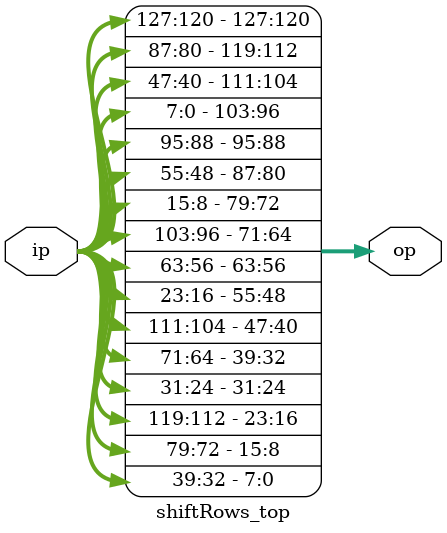
<source format=v>
module shiftRows_top(
	input [127:0] ip,
	output [127:0] op
	);

    assign op[127:120] = ip[127:120];
    assign op[119:112] = ip[87:80];
    assign op[111:104] = ip[47:40];
    assign op[103:96] = ip[7:0];
    assign op[95:88] = ip[95:88];
    assign op[87:80] = ip[55:48];
    assign op[79:72] = ip[15:8];
    assign op[71:64] = ip[103:96];
    assign op[63:56] = ip[63:56];
    assign op[55:48] = ip[23:16];
    assign op[47:40] = ip[111:104];
    assign op[39:32] = ip[71:64];
    assign op[31:24] = ip[31:24];
    assign op[23:16] = ip[119:112];
    assign op[15:8] = ip[79:72];
    assign op[7:0] = ip[39:32];
endmodule

</source>
